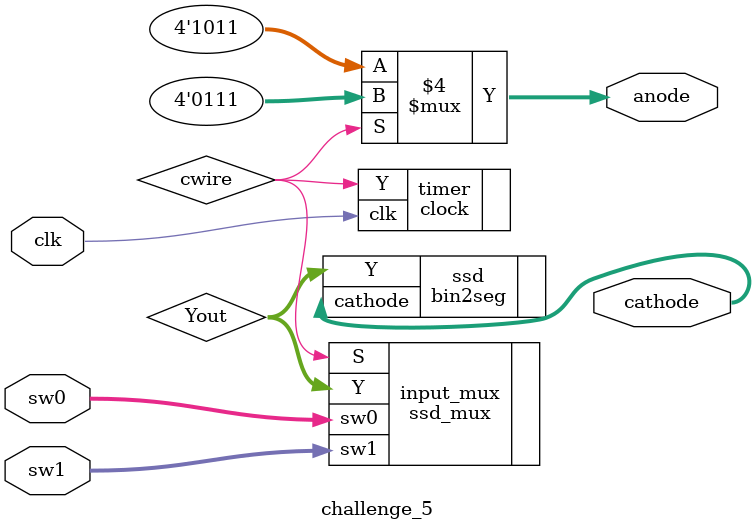
<source format=v>
`timescale 1ns / 1ps


module challenge_5(
input [3:0] sw0,
input[3:0] sw1,
input clk,
output reg [3:0] anode,
output [6:0] cathode
    );
//reg [3:0] sw0;
//reg [3:0] sw1;
wire [3:0] Yout;
wire cwire;
clock timer(
.clk(clk),
.Y(cwire)
);

ssd_mux input_mux(
.sw0(sw0),
.sw1(sw1),
.S(cwire),
.Y(Yout)
);
bin2seg ssd(
.Y(Yout),
.cathode(cathode)
);
always@(*)
begin
if(cwire == 0)
    anode = 4'b1011;
else 
    anode = 4'b0111;
end
endmodule

</source>
